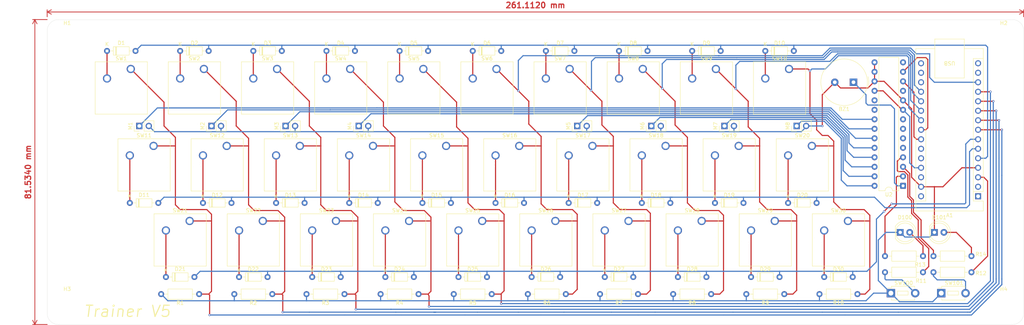
<source format=kicad_pcb>
(kicad_pcb (version 20241229) (generator "pcbnew") (generator_version "9.0")
  (title_block (title "TYPING TRAINER v5") (date "2025-10-05") (rev "5"))
  (layers (0 "F.Cu" signal) (2 "B.Cu" signal) (13 "F.Paste" user) (15 "B.Paste" user) (5 "F.SilkS" user "F.Silkscreen") (7 "B.SilkS" user "B.Silkscreen") (1 "F.Mask" user) (3 "B.Mask" user) (25 "Edge.Cuts" user))
  (net 0 "")
  (net 1 "COL10")
  (net 2 "RESET")
  (net 3 "ROW2")
  (net 7 "COL7")
  (net 8 "ROW1")
  (net 9 "Net-(A1-+5V)")
  (net 11 "SDA")
  (net 13 "COL1")
  (net 16 "SCK")
  (net 17 "Net-(BZ1--)")
  (net 19 "COL6")
  (net 20 "COL2")
  (net 21 "COL9")
  (net 22 "COL8")
  (net 24 "COL3")
  (net 25 "COL4")
  (net 27 "ROW3")
  (net 28 "COL5")
  (net 30 "BUZZER")
  (net 31 "Net-(D1-K)")
  (net 32 "Net-(D2-K)")
  (net 33 "Net-(D3-K)")
  (net 34 "Net-(D4-K)")
  (net 35 "Net-(D5-K)")
  (net 36 "Net-(D6-K)")
  (net 37 "Net-(D7-K)")
  (net 38 "Net-(D8-K)")
  (net 39 "Net-(D9-K)")
  (net 40 "Net-(D10-K)")
  (net 41 "Net-(D11-K)")
  (net 42 "Net-(D12-K)")
  (net 43 "Net-(D13-K)")
  (net 44 "Net-(D14-K)")
  (net 45 "Net-(D15-K)")
  (net 46 "Net-(D16-K)")
  (net 47 "Net-(D17-K)")
  (net 48 "Net-(D18-K)")
  (net 49 "Net-(D19-K)")
  (net 50 "Net-(D20-K)")
  (net 51 "Net-(D21-K)")
  (net 52 "Net-(D22-K)")
  (net 53 "Net-(D23-K)")
  (net 54 "Net-(D24-K)")
  (net 55 "Net-(D25-K)")
  (net 56 "Net-(D26-K)")
  (net 57 "Net-(D27-K)")
  (net 58 "Net-(D28-K)")
  (net 59 "Net-(D29-K)")
  (net 60 "Net-(D30-K)")
  (net 61 "Net-(D100-A)")
  (net 62 "Net-(D101-A)")
  (net 63 "MOR1")
  (net 64 "MOR2")
  (net 65 "MOR3")
  (net 66 "MOR4")
  (net 67 "MOR5")
  (net 68 "MOR6")
  (net 69 "MOR7")
  (net 70 "MOR8")
  (net 71 "Net-(R11-Pad1)")
  (net 72 "SWITCH")
  (net 73 "Net-(R12-Pad1)")
  (net 74 "LED1")
  (net 75 "LED2")
  (footprint "Connector_PinHeader_2.54mm:PinHeader_1x02_P2.54mm_Vertical" (layer "F.Cu") (at 268.986 146.812 90)
    (property "Reference" "M8")
    (property "Value" "Motor_DC")
  )
  (footprint "Button_Switch_Keyboard:SW_Cherry_MX_1.00u_PCB" (layer "F.Cu") (at 106.68 172.212)
    (property "Reference" "SW21")
    (property "Value" "SW_DIP_x01")
  )
  (footprint "Button_Switch_Keyboard:SW_Cherry_MX_1.00u_PCB" (layer "F.Cu") (at 204.47 172.212)
    (property "Reference" "SW26")
    (property "Value" "SW_DIP_x01")
  )
  (footprint "Resistor_THT:R_Axial_DIN0207_L6.3mm_D2.5mm_P10.16mm_Horizontal" (layer "F.Cu") (at 207.264 191.77 180)
    (property "Reference" "R6")
    (property "Value" "R")
  )
  (footprint "Button_Switch_Keyboard:SW_Cherry_MX_1.00u_PCB" (layer "F.Cu") (at 90.932 131.572)
    (property "Reference" "SW1")
    (property "Value" "SW_DIP_x01")
  )
  (footprint "diode-b:D_DO-35_SOD27_P7.62mm_Horizontal-b" (layer "F.Cu") (at 119.888 187.198)
    (property "Reference" "D22")
    (property "Value" "1N4148")
  )
  (footprint "Resistor_THT:R_Axial_DIN0207_L6.3mm_D2.5mm_P10.16mm_Horizontal" (layer "F.Cu") (at 167.894 191.77 180)
    (property "Reference" "R4")
    (property "Value" "R")
  )
  (footprint "Button_Switch_Keyboard:SW_Cherry_MX_1.00u_PCB" (layer "F.Cu") (at 116.586 152.146)
    (property "Reference" "SW12")
    (property "Value" "SW_DIP_x01")
  )
  (footprint "Package_DIP:DIP-28_W7.62mm" (layer "F.Cu") (at 297.434 162.814 180)
    (property "Reference" "U2")
    (property "Value" "MCP23017_SP")
  )
  (footprint "diode-b:D_DO-35_SOD27_P7.62mm_Horizontal-b" (layer "F.Cu") (at 198.12 187.198)
    (property "Reference" "D26")
    (property "Value" "1N4148")
  )
  (footprint "Button_Switch_Keyboard:SW_Cherry_MX_1.00u_PCB" (layer "F.Cu") (at 247.396 131.572)
    (property "Reference" "SW9")
    (property "Value" "SW_DIP_x01")
  )
  (footprint "Button_Switch_THT:SW_PUSH_1P1T_6x3.5mm_H4.3_APEM_MJTP1243" (layer "F.Cu") (at 307.646 191.516)
    (property "Reference" "SW101")
    (property "Value" "SW_DIP_x01")
  )
  (footprint "Resistor_THT:R_Axial_DIN0207_L6.3mm_D2.5mm_P10.16mm_Horizontal" (layer "F.Cu") (at 265.684 191.77 180)
    (property "Reference" "R9")
    (property "Value" "R")
  )
  (footprint "diode-b:D_DO-35_SOD27_P7.62mm_Horizontal-b" (layer "F.Cu") (at 143.256 126.746)
    (property "Reference" "D4")
    (property "Value" "1N4148")
  )
  (footprint "Button_Switch_Keyboard:SW_Cherry_MX_1.00u_PCB" (layer "F.Cu") (at 214.376 152.146)
    (property "Reference" "SW17")
    (property "Value" "SW_DIP_x01")
  )
  (footprint "diode-b:D_DO-35_SOD27_P7.62mm_Horizontal-b" (layer "F.Cu") (at 129.794 167.386)
    (property "Reference" "D13")
    (property "Value" "1N4148")
  )
  (footprint "Button_Switch_Keyboard:SW_Cherry_MX_1.00u_PCB" (layer "F.Cu") (at 184.912 172.212)
    (property "Reference" "SW25")
    (property "Value" "SW_DIP_x01")
  )
  (footprint "Resistor_THT:R_Axial_DIN0207_L6.3mm_D2.5mm_P10.16mm_Horizontal" (layer "F.Cu") (at 292.608 185.928)
    (property "Reference" "R11")
    (property "Value" "R")
  )
  (footprint "Button_Switch_Keyboard:SW_Cherry_MX_1.00u_PCB" (layer "F.Cu") (at 253.492 152.146)
    (property "Reference" "SW19")
    (property "Value" "SW_DIP_x01")
  )
  (footprint "Resistor_THT:R_Axial_DIN0207_L6.3mm_D2.5mm_P10.16mm_Horizontal" (layer "F.Cu") (at 128.778 191.77 180)
    (property "Reference" "R2")
    (property "Value" "R")
  )
  (footprint "Buzzer_Beeper:Buzzer_TDK_PS1240P02BT_D12.2mm_H6.5mm" (layer "F.Cu") (at 284.18 135.12 180)
    (property "Reference" "BZ1")
    (property "Value" "Buzzer")
  )
  (footprint "diode-b:D_DO-35_SOD27_P7.62mm_Horizontal-b" (layer "F.Cu") (at 221.488 126.746)
    (property "Reference" "D8")
    (property "Value" "1N4148")
  )
  (footprint "diode-b:D_DO-35_SOD27_P7.62mm_Horizontal-b" (layer "F.Cu") (at 100.33 187.198)
    (property "Reference" "D21")
    (property "Value" "1N4148")
  )
  (footprint "diode-b:D_DO-35_SOD27_P7.62mm_Horizontal-b" (layer "F.Cu") (at 182.372 126.746)
    (property "Reference" "D6")
    (property "Value" "1N4148")
  )
  (footprint "diode-b:D_DO-35_SOD27_P7.62mm_Horizontal-b" (layer "F.Cu") (at 162.814 126.746)
    (property "Reference" "D5")
    (property "Value" "1N4148")
  )
  (footprint "diode-b:D_DO-35_SOD27_P7.62mm_Horizontal-b" (layer "F.Cu") (at 208.026 167.386)
    (property "Reference" "D17")
    (property "Value" "1N4148")
  )
  (footprint "Button_Switch_Keyboard:SW_Cherry_MX_1.00u_PCB" (layer "F.Cu") (at 136.144 152.146)
    (property "Reference" "SW13")
    (property "Value" "SW_DIP_x01")
  )
  (footprint "Button_Switch_Keyboard:SW_Cherry_MX_1.00u_PCB" (layer "F.Cu") (at 194.818 152.146)
    (property "Reference" "SW16")
    (property "Value" "SW_DIP_x01")
  )
  (footprint "LED_THT:LED_D5.0mm_FlatTop" (layer "F.Cu") (at 296.677 175.26)
    (property "Reference" "D100")
    (property "Value" "LED")
  )
  (footprint "diode-b:D_DO-35_SOD27_P7.62mm_Horizontal-b" (layer "F.Cu") (at 241.046 126.746)
    (property "Reference" "D9")
    (property "Value" "1N4148")
  )
  (footprint "diode-b:D_DO-35_SOD27_P7.62mm_Horizontal-b" (layer "F.Cu") (at 123.698 126.746)
    (property "Reference" "D3")
    (property "Value" "1N4148")
  )
  (footprint "Resistor_THT:R_Axial_DIN0207_L6.3mm_D2.5mm_P10.16mm_Horizontal" (layer "F.Cu") (at 246.126 191.77 180)
    (property "Reference" "R8")
    (property "Value" "R")
  )
  (footprint "Button_Switch_Keyboard:SW_Cherry_MX_1.00u_PCB" (layer "F.Cu") (at 155.702 152.146)
    (property "Reference" "SW14")
    (property "Value" "SW_DIP_x01")
  )
  (footprint "diode-b:D_DO-35_SOD27_P7.62mm_Horizontal-b" (layer "F.Cu") (at 178.562 187.198)
    (property "Reference" "D25")
    (property "Value" "1N4148")
  )
  (footprint "Connector_PinHeader_2.54mm:PinHeader_1x02_P2.54mm_Vertical" (layer "F.Cu") (at 210.307 146.812 90)
    (property "Reference" "M5")
    (property "Value" "Motor_DC")
  )
  (footprint "diode-b:D_DO-35_SOD27_P7.62mm_Horizontal-b" (layer "F.Cu") (at 247.142 167.386)
    (property "Reference" "D19")
    (property "Value" "1N4148")
  )
  (footprint "diode-b:D_DO-35_SOD27_P7.62mm_Horizontal-b" (layer "F.Cu") (at 188.468 167.386)
    (property "Reference" "D16")
    (property "Value" "1N4148")
  )
  (footprint "Button_Switch_Keyboard:SW_Cherry_MX_1.00u_PCB" (layer "F.Cu") (at 165.354 172.212)
    (property "Reference" "SW24")
    (property "Value" "SW_DIP_x01")
  )
  (footprint "Button_Switch_Keyboard:SW_Cherry_MX_1.00u_PCB" (layer "F.Cu") (at 169.164 131.572)
    (property "Reference" "SW5")
    (property "Value" "SW_DIP_x01")
  )
  (footprint "Resistor_THT:R_Axial_DIN0207_L6.3mm_D2.5mm_P10.16mm_Horizontal" (layer "F.Cu") (at 187.452 191.77 180)
    (property "Reference" "R5")
    (property "Value" "R")
  )
  (footprint "diode-b:D_DO-35_SOD27_P7.62mm_Horizontal-b" (layer "F.Cu") (at 139.446 187.198)
    (property "Reference" "D23")
    (property "Value" "1N4148")
  )
  (footprint "diode-b:D_DO-35_SOD27_P7.62mm_Horizontal-b" (layer "F.Cu") (at 256.794 187.198)
    (property "Reference" "D29")
    (property "Value" "1N4148")
  )
  (footprint "Button_Switch_Keyboard:SW_Cherry_MX_1.00u_PCB" (layer "F.Cu") (at 227.838 131.572)
    (property "Reference" "SW8")
    (property "Value" "SW_DIP_x01")
  )
  (footprint "Connector_PinHeader_2.54mm:PinHeader_1x02_P2.54mm_Vertical" (layer "F.Cu") (at 151.887 146.812 90)
    (property "Reference" "M4")
    (property "Value" "Motor_DC")
  )
  (footprint "Button_Switch_Keyboard:SW_Cherry_MX_1.00u_PCB" (layer "F.Cu") (at 188.722 131.572)
    (property "Reference" "SW6")
    (property "Value" "SW_DIP_x01")
  )
  (footprint "diode-b:D_DO-35_SOD27_P7.62mm_Horizontal-b" (layer "F.Cu") (at 110.236 167.386)
    (property "Reference" "D12")
    (property "Value" "1N4148")
  )
  (footprint "Button_Switch_Keyboard:SW_Cherry_MX_1.00u_PCB" (layer "F.Cu") (at 130.048 131.572)
    (property "Reference" "SW3")
    (property "Value" "SW_DIP_x01")
  )
  (footprint "diode-b:D_DO-35_SOD27_P7.62mm_Horizontal-b" (layer "F.Cu") (at 217.678 187.198)
    (property "Reference" "D27")
    (property "Value" "1N4148")
  )
  (footprint "MountingHole:MountingHole_3.2mm_M3" (layer "F.Cu") (at 324.358 194.564)
    (property "Reference" "H4")
    (property "Value" "MountingHole")
  )
  (footprint "Connector_PinHeader_2.54mm:PinHeader_1x02_P2.54mm_Vertical" (layer "F.Cu") (at 230.124 146.812 90)
    (property "Reference" "M6")
    (property "Value" "Motor_DC")
  )
  (footprint "Button_Switch_Keyboard:SW_Cherry_MX_1.00u_PCB" (layer "F.Cu") (at 126.238 172.212)
    (property "Reference" "SW22")
    (property "Value" "SW_DIP_x01")
  )
  (footprint "diode-b:D_DO-35_SOD27_P7.62mm_Horizontal-b" (layer "F.Cu") (at 237.236 187.198)
    (property "Reference" "D28")
    (property "Value" "1N4148")
  )
  (footprint "Button_Switch_Keyboard:SW_Cherry_MX_1.00u_PCB" (layer "F.Cu") (at 110.49 131.572)
    (property "Reference" "SW2")
    (property "Value" "SW_DIP_x01")
  )
  (footprint "Button_Switch_Keyboard:SW_Cherry_MX_1.00u_PCB" (layer "F.Cu") (at 266.954 131.572)
    (property "Reference" "SW10")
    (property "Value" "SW_DIP_x01")
  )
  (footprint "diode-b:D_DO-35_SOD27_P7.62mm_Horizontal-b" (layer "F.Cu") (at 227.584 167.386)
    (property "Reference" "D18")
    (property "Value" "1N4148")
  )
  (footprint "Module:Arduino_Nano" (layer "F.Cu") (at 317.5 165.608 180)
    (property "Reference" "A1")
    (property "Value" "Arduino_Nano_Every")
  )
  (footprint "diode-b:D_DO-35_SOD27_P7.62mm_Horizontal-b" (layer "F.Cu") (at 168.91 167.386)
    (property "Reference" "D15")
    (property "Value" "1N4148")
  )
  (footprint "Button_Switch_Keyboard:SW_Cherry_MX_1.00u_PCB" (layer "F.Cu") (at 224.028 172.212)
    (property "Reference" "SW27")
    (property "Value" "SW_DIP_x01")
  )
  (footprint "diode-b:D_DO-35_SOD27_P7.62mm_Horizontal-b" (layer "F.Cu") (at 201.93 126.746)
    (property "Reference" "D7")
    (property "Value" "1N4148")
  )
  (footprint "Button_Switch_Keyboard:SW_Cherry_MX_1.00u_PCB" (layer "F.Cu") (at 175.26 152.146)
    (property "Reference" "SW15")
    (property "Value" "SW_DIP_x01")
  )
  (footprint "Connector_PinHeader_2.54mm:PinHeader_1x02_P2.54mm_Vertical" (layer "F.Cu") (at 93.213 146.812 90)
    (property "Reference" "M1")
    (property "Value" "Motor_DC")
  )
  (footprint "Button_Switch_Keyboard:SW_Cherry_MX_1.00u_PCB" (layer "F.Cu") (at 145.796 172.212)
    (property "Reference" "SW23")
    (property "Value" "SW_DIP_x01")
  )
  (footprint "diode-b:D_DO-35_SOD27_P7.62mm_Horizontal-b" (layer "F.Cu") (at 84.582 126.746)
    (property "Reference" "D1")
    (property "Value" "1N4148")
  )
  (footprint "MountingHole:MountingHole_3.2mm_M3" (layer "F.Cu") (at 324.358 123.444)
    (property "Reference" "H2")
    (property "Value" "MountingHole")
  )
  (footprint "diode-b:D_DO-35_SOD27_P7.62mm_Horizontal-b" (layer "F.Cu") (at 90.678 167.386)
    (property "Reference" "D11")
    (property "Value" "1N4148")
  )
  (footprint "diode-b:D_DO-35_SOD27_P7.62mm_Horizontal-b" (layer "F.Cu") (at 149.352 167.386)
    (property "Reference" "D14")
    (property "Value" "1N4148")
  )
  (footprint "Connector_PinHeader_2.54mm:PinHeader_1x02_P2.54mm_Vertical" (layer "F.Cu") (at 112.517 146.812 90)
    (property "Reference" "M2")
    (property "Value" "Motor_DC")
  )
  (footprint "Button_Switch_Keyboard:SW_Cherry_MX_1.00u_PCB" (layer "F.Cu") (at 97.028 152.146)
    (property "Reference" "SW11")
    (property "Value" "SW_DIP_x01")
  )
  (footprint "MountingHole:MountingHole_3.2mm_M3" (layer "F.Cu") (at 73.914 194.564)
    (property "Reference" "H3")
    (property "Value" "MountingHole")
  )
  (footprint "Button_Switch_Keyboard:SW_Cherry_MX_1.00u_PCB" (layer "F.Cu") (at 282.702 172.212)
    (property "Reference" "SW30")
    (property "Value" "SW_DIP_x01")
  )
  (footprint "Resistor_THT:R_Axial_DIN0207_L6.3mm_D2.5mm_P10.16mm_Horizontal" (layer "F.Cu") (at 226.568 191.77 180)
    (property "Reference" "R7")
    (property "Value" "R")
  )
  (footprint "MountingHole:MountingHole_3.2mm_M3" (layer "F.Cu") (at 73.914 123.444)
    (property "Reference" "H1")
    (property "Value" "MountingHole")
  )
  (footprint "Connector_PinHeader_2.54mm:PinHeader_1x02_P2.54mm_Vertical" (layer "F.Cu") (at 132.329 146.812 90)
    (property "Reference" "M3")
    (property "Value" "Motor_DC")
  )
  (footprint "diode-b:D_DO-35_SOD27_P7.62mm_Horizontal-b" (layer "F.Cu") (at 266.7 167.386)
    (property "Reference" "D20")
    (property "Value" "1N4148")
  )
  (footprint "Button_Switch_Keyboard:SW_Cherry_MX_1.00u_PCB" (layer "F.Cu") (at 208.28 131.572)
    (property "Reference" "SW7")
    (property "Value" "SW_DIP_x01")
  )
  (footprint "Resistor_THT:R_Axial_DIN0207_L6.3mm_D2.5mm_P10.16mm_Horizontal" (layer "F.Cu") (at 148.082 191.77 180)
    (property "Reference" "R3")
    (property "Value" "R")
  )
  (footprint "diode-b:D_DO-35_SOD27_P7.62mm_Horizontal-b" (layer "F.Cu") (at 260.604 126.746)
    (property "Reference" "D10")
    (property "Value" "1N4148")
  )
  (footprint "diode-b:D_DO-35_SOD27_P7.62mm_Horizontal-b" (layer "F.Cu") (at 276.352 187.198)
    (property "Reference" "D30")
    (property "Value" "1N4148")
  )
  (footprint "Resistor_THT:R_Axial_DIN0207_L6.3mm_D2.5mm_P10.16mm_Horizontal" (layer "F.Cu") (at 315.722 181.61 180)
    (property "Reference" "R14")
    (property "Value" "R")
  )
  (footprint "Button_Switch_Keyboard:SW_Cherry_MX_1.00u_PCB" (layer "F.Cu") (at 149.606 131.572)
    (property "Reference" "SW4")
    (property "Value" "SW_DIP_x01")
  )
  (footprint "Resistor_THT:R_Axial_DIN0207_L6.3mm_D2.5mm_P10.16mm_Horizontal" (layer "F.Cu") (at 275.082 191.77)
    (property "Reference" "R10")
    (property "Value" "R")
  )
  (footprint "LED_THT:LED_D5.0mm_FlatTop" (layer "F.Cu") (at 305.821 175.26)
    (property "Reference" "D101")
    (property "Value" "LED")
  )
  (footprint "Button_Switch_Keyboard:SW_Cherry_MX_1.00u_PCB" (layer "F.Cu") (at 273.05 152.146)
    (property "Reference" "SW20")
    (property "Value" "SW_DIP_x01")
  )
  (footprint "Button_Switch_Keyboard:SW_Cherry_MX_1.00u_PCB" (layer "F.Cu") (at 243.586 172.212)
    (property "Reference" "SW28")
    (property "Value" "SW_DIP_x01")
  )
  (footprint "Resistor_THT:R_Axial_DIN0207_L6.3mm_D2.5mm_P10.16mm_Horizontal" (layer "F.Cu") (at 302.768 181.61 180)
    (property "Reference" "R13")
    (property "Value" "R")
  )
  (footprint "Resistor_THT:R_Axial_DIN0207_L6.3mm_D2.5mm_P10.16mm_Horizontal" (layer "F.Cu") (at 109.22 191.77 180)
    (property "Reference" "R1")
    (property "Value" "R")
  )
  (footprint "Button_Switch_Keyboard:SW_Cherry_MX_1.00u_PCB" (layer "F.Cu") (at 263.144 172.212)
    (property "Reference" "SW29")
    (property "Value" "SW_DIP_x01")
  )
  (footprint "diode-b:D_DO-35_SOD27_P7.62mm_Horizontal-b" (layer "F.Cu") (at 104.14 126.746)
    (property "Reference" "D2")
    (property "Value" "1N4148")
  )
  (footprint "Button_Switch_Keyboard:SW_Cherry_MX_1.00u_PCB" (layer "F.Cu") (at 233.934 152.146)
    (property "Reference" "SW18")
    (property "Value" "SW_DIP_x01")
  )
  (footprint "Resistor_THT:R_Axial_DIN0207_L6.3mm_D2.5mm_P10.16mm_Horizontal" (layer "F.Cu") (at 305.562 185.928)
    (property "Reference" "R12")
    (property "Value" "R")
  )
  (footprint "diode-b:D_DO-35_SOD27_P7.62mm_Horizontal-b" (layer "F.Cu") (at 159.004 187.198)
    (property "Reference" "D24")
    (property "Value" "1N4148")
  )
  (footprint "Button_Switch_THT:SW_PUSH_1P1T_6x3.5mm_H4.3_APEM_MJTP1243" (layer "F.Cu") (at 294.184 191.516)
    (property "Reference" "SW100")
    (property "Value" "SW_DIP_x01")
  )
  (footprint "Connector_PinHeader_2.54mm:PinHeader_1x02_P2.54mm_Vertical" (layer "F.Cu") (at 249.682 146.812 90)
    (property "Reference" "M7")
    (property "Value" "Motor_DC")
  )
  (gr_line (start 329.692 121.364) (end 329.692 196.898) (stroke (width 0.05)) (layer "Edge.Cuts"))
  (gr_arc (start 326.692 118.364) (mid 328.81332 119.24268) (end 329.692 121.364) (stroke (width 0.05)) (layer "Edge.Cuts"))
  (gr_line (start 71.58 118.364) (end 326.692 118.364) (stroke (width 0.05)) (layer "Edge.Cuts"))
  (gr_arc (start 71.58 199.898) (mid 69.45868 199.01932) (end 68.58 196.898) (stroke (width 0.05)) (layer "Edge.Cuts"))
  (gr_arc (start 68.58 121.364) (mid 69.45868 119.24268) (end 71.58 118.364) (stroke (width 0.05)) (layer "Edge.Cuts"))
  (gr_line (start 326.692 199.898) (end 71.58 199.898) (stroke (width 0.05)) (layer "Edge.Cuts"))
  (gr_line (start 68.58 196.898) (end 68.58 121.364) (stroke (width 0.05)) (layer "Edge.Cuts"))
  (gr_arc (start 329.692 196.898) (mid 328.81332 199.01932) (end 326.692 199.898) (stroke (width 0.05)) (layer "Edge.Cuts"))
  (gr_text "Trainer V5" (at 78.232 198.12 0) (layer "F.SilkS") (effects (font (size 3 3) (thickness 0.3) (bold yes) (italic yes)) (justify left bottom)))
  (dimension (type aligned) (layer "F.Cu") (pts (xy 68.58 118.11) (xy 329.692 118.11)) (height -1.778) (format (prefix "") (suffix "") (units 3) (units_format 1) (precision 4)) (style (thickness 0.2) (arrow_length 1.27) (text_position_mode 0) (arrow_direction outward) (extension_height 0.58642) (extension_offset 0.5) (keep_text_aligned yes)) (gr_text "261.1120 mm" (at 199.136 114.532 0) (layer "F.Cu") (effects (font (size 1.5 1.5) (thickness 0.3)))))
  (dimension (type aligned) (layer "F.Cu") (pts (xy 69.088 118.364) (xy 69.088 199.898)) (height 3.81) (format (prefix "") (suffix "") (units 3) (units_format 1) (precision 4)) (style (thickness 0.2) (arrow_length 1.27) (text_position_mode 0) (arrow_direction outward) (extension_height 0.58642) (extension_offset 0.5) (keep_text_aligned yes)) (gr_text "81.5340 mm" (at 63.478 159.131 90) (layer "F.Cu") (effects (font (size 1.5 1.5) (thickness 0.3)))))
  (segment (start 288.544 172.212) (end 288.544 190.5) (width 0.3) (layer "F.Cu") (net 1))
  (segment (start 274.32 145.288) (end 274.32 147.828) (width 0.3) (layer "F.Cu") (net 1))
  (segment (start 266.954 131.572) (end 272.034 131.572) (width 0.3) (layer "F.Cu") (net 1))
  (segment (start 287.274 191.77) (end 285.242 191.77) (width 0.3) (layer "F.Cu") (net 1))
  (segment (start 274.32 147.828) (end 275.844 149.352) (width 0.3) (layer "F.Cu") (net 1))
  (segment (start 278.892 150.876) (end 278.892 152.146) (width 0.3) (layer "F.Cu") (net 1))
  (segment (start 288.544 170.688) (end 288.544 172.212) (width 0.3) (layer "F.Cu") (net 1))
  (segment (start 282.702 172.212) (end 288.544 172.212) (width 0.3) (layer "F.Cu") (net 1))
  (segment (start 272.542 143.51) (end 274.32 145.288) (width 0.3) (layer "F.Cu") (net 1))
  (segment (start 278.892 152.146) (end 278.892 167.132) (width 0.3) (layer "F.Cu") (net 1))
  (segment (start 278.892 167.132) (end 280.924 169.164) (width 0.3) (layer "F.Cu") (net 1))
  (segment (start 273.05 152.146) (end 278.892 152.146) (width 0.3) (layer "F.Cu") (net 1))
  (segment (start 272.542 132.08) (end 272.542 143.51) (width 0.3) (layer "F.Cu") (net 1))
  (segment (start 287.02 169.164) (end 288.544 170.688) (width 0.3) (layer "F.Cu") (net 1))
  (segment (start 277.368 149.352) (end 278.892 150.876) (width 0.3) (layer "F.Cu") (net 1))
  (segment (start 280.924 169.164) (end 287.02 169.164) (width 0.3) (layer "F.Cu") (net 1))
  (segment (start 272.034 131.572) (end 272.542 132.08) (width 0.3) (layer "F.Cu") (net 1))
  (segment (start 275.844 149.352) (end 277.368 149.352) (width 0.3) (layer "F.Cu") (net 1))
  (segment (start 288.544 190.5) (end 287.274 191.77) (width 0.3) (layer "F.Cu") (net 1))
  (via (at 272.542 132.08) (size 0.6) (drill 0.3) (layers "F.Cu" "B.Cu") (net 1))
  (segment (start 280.162 128.016) (end 276.606 131.572) (width 0.3) (layer "B.Cu") (net 1))
  (segment (start 298.45 128.016) (end 280.162 128.016) (width 0.3) (layer "B.Cu") (net 1))
  (segment (start 302.26 145.288) (end 298.958 141.986) (width 0.3) (layer "B.Cu") (net 1))
  (segment (start 298.958 128.524) (end 298.45 128.016) (width 0.3) (layer "B.Cu") (net 1))
  (segment (start 298.958 141.986) (end 298.958 128.524) (width 0.3) (layer "B.Cu") (net 1))
  (segment (start 276.606 131.572) (end 273.05 131.572) (width 0.3) (layer "B.Cu") (net 1))
  (segment (start 273.05 131.572) (end 272.542 132.08) (width 0.3) (layer "B.Cu") (net 1))
  (segment (start 320.04 181.61) (end 320.04 161.544) (width 0.3) (layer "F.Cu") (net 2))
  (segment (start 320.04 161.544) (end 319.024 160.528) (width 0.3) (layer "F.Cu") (net 2))
  (segment (start 315.722 185.928) (end 320.04 181.61) (width 0.3) (layer "F.Cu") (net 2))
  (segment (start 319.024 160.528) (end 317.5 160.528) (width 0.3) (layer "F.Cu") (net 2))
  (segment (start 156.972 167.386) (end 156.972 165.862) (width 0.3) (layer "B.Cu") (net 3))
  (segment (start 274.32 167.386) (end 274.32 165.862) (width 0.3) (layer "B.Cu") (net 3))
  (segment (start 235.204 167.386) (end 235.204 165.862) (width 0.3) (layer "B.Cu") (net 3))
  (segment (start 292.608 168.656) (end 289.814 165.862) (width 0.3) (layer "B.Cu") (net 3))
  (segment (start 317.5 152.908) (end 315.976 152.908) (width 0.3) (layer "B.Cu") (net 3))
  (segment (start 117.856 167.386) (end 117.856 165.862) (width 0.3) (layer "B.Cu") (net 3))
  (segment (start 274.32 165.862) (end 254.762 165.862) (width 0.3) (layer "B.Cu") (net 3))
  (segment (start 254.762 165.862) (end 235.712 165.862) (width 0.3) (layer "B.Cu") (net 3))
  (segment (start 235.712 165.862) (end 235.458 165.862) (width 0.3) (layer "B.Cu") (net 3))
  (segment (start 176.53 165.862) (end 157.226 165.862) (width 0.3) (layer "B.Cu") (net 3))
  (segment (start 156.972 165.862) (end 137.414 165.862) (width 0.3) (layer "B.Cu") (net 3))
  (segment (start 117.856 165.862) (end 99.822 165.862) (width 0.3) (layer "B.Cu") (net 3))
  (segment (start 176.784 165.862) (end 176.53 165.862) (width 0.3) (layer "B.Cu") (net 3))
  (segment (start 215.646 165.862) (end 196.088 165.862) (width 0.3) (layer "B.Cu") (net 3))
  (segment (start 315.214 153.67) (end 315.214 167.894) (width 0.3) (layer "B.Cu") (net 3))
  (segment (start 235.204 165.862) (end 215.646 165.862) (width 0.3) (layer "B.Cu") (net 3))
  (segment (start 315.214 167.894) (end 314.452 168.656) (width 0.3) (layer "B.Cu") (net 3))
  (segment (start 118.11 165.862) (end 117.856 165.862) (width 0.3) (layer "B.Cu") (net 3))
  (segment (start 254.762 167.386) (end 254.762 165.862) (width 0.3) (layer "B.Cu") (net 3))
  (segment (start 314.452 168.656) (end 292.608 168.656) (width 0.3) (layer "B.Cu") (net 3))
  (segment (start 315.976 152.908) (end 315.214 153.67) (width 0.3) (layer "B.Cu") (net 3))
  (segment (start 289.814 165.862) (end 274.574 165.862) (width 0.3) (layer "B.Cu") (net 3))
  (segment (start 137.414 167.386) (end 137.414 165.862) (width 0.3) (layer "B.Cu") (net 3))
  (segment (start 196.088 167.386) (end 196.088 165.862) (width 0.3) (layer "B.Cu") (net 3))
  (segment (start 215.646 167.386) (end 215.646 165.862) (width 0.3) (layer "B.Cu") (net 3))
  (segment (start 235.458 165.862) (end 235.204 165.862) (width 0.3) (layer "B.Cu") (net 3))
  (segment (start 176.53 167.386) (end 176.53 165.862) (width 0.3) (layer "B.Cu") (net 3))
  (segment (start 274.574 165.862) (end 274.32 165.862) (width 0.3) (layer "B.Cu") (net 3))
  (segment (start 196.088 165.862) (end 176.784 165.862) (width 0.3) (layer "B.Cu") (net 3))
  (segment (start 99.822 165.862) (end 98.298 167.386) (width 0.3) (layer "B.Cu") (net 3))
  (segment (start 157.226 165.862) (end 156.972 165.862) (width 0.3) (layer "B.Cu") (net 3))
  (segment (start 137.414 165.862) (end 118.11 165.862) (width 0.3) (layer "B.Cu") (net 3))
  (segment (start 214.376 152.146) (end 219.964 152.146) (width 0.3) (layer "F.Cu") (net 7))
  (segment (start 219.964 149.606) (end 219.964 152.146) (width 0.3) (layer "F.Cu") (net 7))
  (segment (start 228.854 191.77) (end 226.568 191.77) (width 0.3) (layer "F.Cu") (net 7))
  (segment (start 216.916 140.208) (end 216.916 146.558) (width 0.3) (layer "F.Cu") (net 7))
  (segment (start 216.916 146.558) (end 219.964 149.606) (width 0.3) (layer "F.Cu") (net 7))
  (segment (start 229.87 170.18) (end 229.87 172.212) (width 0.3) (layer "F.Cu") (net 7))
  (segment (start 219.964 167.386) (end 221.742 169.164) (width 0.3) (layer "F.Cu") (net 7))
  (segment (start 229.87 172.212) (end 229.87 190.754) (width 0.3) (layer "F.Cu") (net 7))
  (segment (start 213.995 137.287) (end 216.916 140.208) (width 0.3) (layer "F.Cu") (net 7))
  (segment (start 229.87 190.754) (end 228.854 191.77) (width 0.3) (layer "F.Cu") (net 7))
  (segment (start 208.28 131.572) (end 213.995 137.287) (width 0.3) (layer "F.Cu") (net 7))
  (segment (start 224.028 172.212) (end 229.87 172.212) (width 0.3) (layer "F.Cu") (net 7))
  (segment (start 221.742 169.164) (end 228.854 169.164) (width 0.3) (layer "F.Cu") (net 7))
  (segment (start 228.854 169.164) (end 229.87 170.18) (width 0.3) (layer "F.Cu") (net 7))
  (segment (start 219.964 152.146) (end 219.964 167.386) (width 0.3) (layer "F.Cu") (net 7))
  (via (at 213.995 137.287) (size 0.6) (drill 0.3) (layers "F.Cu" "B.Cu") (net 7))
  (segment (start 214.122 129.54) (end 214.122 137.16) (width 0.3) (layer "B.Cu") (net 7))
  (segment (start 299.212 126.492) (end 278.13 126.492) (width 0.3) (layer "B.Cu") (net 7))
  (segment (start 278.13 126.492) (end 276.098 128.524) (width 0.3) (layer "B.Cu") (net 7))
  (segment (start 215.131 128.531) (end 214.122 129.54) (width 0.3) (layer "B.Cu") (net 7))
  (segment (start 300.482 135.89) (end 300.482 127.762) (width 0.3) (layer "B.Cu") (net 7))
  (segment (start 276.098 128.524) (end 252.984 128.524) (width 0.3) (layer "B.Cu") (net 7))
  (segment (start 252.977 128.531) (end 215.131 128.531) (width 0.3) (layer "B.Cu") (net 7))
  (segment (start 214.122 137.16) (end 213.995 137.287) (width 0.3) (layer "B.Cu") (net 7))
  (segment (start 300.482 127.762) (end 299.212 126.492) (width 0.3) (layer "B.Cu") (net 7))
  (segment (start 252.984 128.524) (end 252.977 128.531) (width 0.3) (layer "B.Cu") (net 7))
  (segment (start 302.26 137.668) (end 300.482 135.89) (width 0.3) (layer "B.Cu") (net 7))
  (segment (start 111.76 125.222) (end 131.318 125.222) (width 0.3) (layer "B.Cu") (net 8))
  (segment (start 248.666 125.222) (end 268.224 125.222) (width 0.3) (layer "B.Cu") (net 8))
  (segment (start 111.76 126.746) (end 111.76 125.222) (width 0.3) (layer "B.Cu") (net 8))
  (segment (start 319.532 155.448) (end 317.5 155.448) (width 0.3) (layer "B.Cu") (net 8))
  (segment (start 320.04 154.94) (end 319.532 155.448) (width 0.3) (layer "B.Cu") (net 8))
  (segment (start 150.876 126.746) (end 150.876 125.222) (width 0.3) (layer "B.Cu") (net 8))
  (segment (start 189.992 125.222) (end 209.55 125.222) (width 0.3) (layer "B.Cu") (net 8))
  (segment (start 319.532 125.222) (end 320.04 125.73) (width 0.3) (layer "B.Cu") (net 8))
  (segment (start 209.55 126.746) (end 209.55 125.222) (width 0.3) (layer "B.Cu") (net 8))
  (segment (start 229.108 126.746) (end 229.108 125.222) (width 0.3) (layer "B.Cu") (net 8))
  (segment (start 150.876 125.222) (end 170.434 125.222) (width 0.3) (layer "B.Cu") (net 8))
  (segment (start 229.362 125.222) (end 248.666 125.222) (width 0.3) (layer "B.Cu") (net 8))
  (segment (start 131.318 125.222) (end 150.876 125.222) (width 0.3) (layer "B.Cu") (net 8))
  (segment (start 131.318 126.746) (end 131.318 125.222) (width 0.3) (layer "B.Cu") (net 8))
  (segment (start 170.434 125.222) (end 189.992 125.222) (width 0.3) (layer "B.Cu") (net 8))
  (segment (start 93.726 125.222) (end 111.76 125.222) (width 0.3) (layer "B.Cu") (net 8))
  (segment (start 248.666 126.746) (end 248.666 125.222) (width 0.3) (layer "B.Cu") (net 8))
  (segment (start 209.55 125.222) (end 229.108 125.222) (width 0.3) (layer "B.Cu") (net 8))
  (segment (start 229.108 125.222) (end 229.362 125.222) (width 0.3) (layer "B.Cu") (net 8))
  (segment (start 320.04 125.73) (end 320.04 154.94) (width 0.3) (layer "B.Cu") (net 8))
  (segment (start 189.992 126.746) (end 189.992 125.222) (width 0.3) (layer "B.Cu") (net 8))
  (segment (start 268.224 125.222) (end 319.532 125.222) (width 0.3) (layer "B.Cu") (net 8))
  (segment (start 92.202 126.746) (end 93.726 125.222) (width 0.3) (layer "B.Cu") (net 8))
  (segment (start 170.434 126.746) (end 170.434 125.222) (width 0.3) (layer "B.Cu") (net 8))
  (segment (start 268.224 126.746) (end 268.224 125.222) (width 0.3) (layer "B.Cu") (net 8))
  (segment (start 297.18 142.494) (end 292.1 137.414) (width 0.3) (layer "F.Cu") (net 9))
  (segment (start 297.434 142.494) (end 297.18 142.494) (width 0.3) (layer "F.Cu") (net 9))
  (segment (start 292.1 137.414) (end 289.814 137.414) (width 0.3) (layer "F.Cu") (net 9))
  (segment (start 299.212 144.272) (end 299.212 156.718) (width 0.3) (layer "B.Cu") (net 9))
  (segment (start 299.212 156.718) (end 300.482 157.988) (width 0.3) (layer "B.Cu") (net 9))
  (segment (start 300.482 157.988) (end 302.26 157.988) (width 0.3) (layer "B.Cu") (net 9))
  (segment (start 297.434 142.494) (end 299.212 144.272) (width 0.3) (layer "B.Cu") (net 9))
  (segment (start 297.434 132.334) (end 301.244 128.524) (width 0.3) (layer "F.Cu") (net 11))
  (segment (start 303.53 147.828) (end 302.26 147.828) (width 0.3) (layer "F.Cu") (net 11))
  (segment (start 303.53 128.524) (end 304.038 129.032) (width 0.3) (layer "F.Cu") (net 11))
  (segment (start 304.038 129.032) (end 304.038 147.32) (width 0.3) (layer "F.Cu") (net 11))
  (segment (start 301.244 128.524) (end 303.53 128.524) (width 0.3) (layer "F.Cu") (net 11))
  (segment (start 304.038 147.32) (end 303.53 147.828) (width 0.3) (layer "F.Cu") (net 11))
  (segment (start 112.014 192.024) (end 111.76 191.77) (width 0.3) (layer "F.Cu") (net 13))
  (segment (start 111.76 191.77) (end 109.22 191.77) (width 0.3) (layer "F.Cu") (net 13))
  (segment (start 104.14 169.164) (end 111.252 169.164) (width 0.3) (layer "F.Cu") (net 13))
  (segment (start 111.252 169.164) (end 112.522 170.434) (width 0.3) (layer "F.Cu") (net 13))
  (segment (start 106.68 172.212) (end 112.522 172.212) (width 0.3) (layer "F.Cu") (net 13))
  (segment (start 90.932 131.572) (end 99.822 140.462) (width 0.3) (layer "F.Cu") (net 13))
  (segment (start 99.822 140.462) (end 99.822 146.812) (width 0.3) (layer "F.Cu") (net 13))
  (segment (start 112.014 197.358) (end 112.014 192.024) (width 0.3) (layer "F.Cu") (net 13))
  (segment (start 99.822 146.812) (end 102.87 149.86) (width 0.3) (layer "F.Cu") (net 13))
  (segment (start 323.85 147.828) (end 317.5 147.828) (width 0.3) (layer "F.Cu") (net 13))
  (segment (start 112.522 172.212) (end 112.522 191.008) (width 0.3) (layer "F.Cu") (net 13))
  (segment (start 97.028 152.146) (end 102.87 152.146) (width 0.3) (layer "F.Cu") (net 13))
  (segment (start 112.522 191.008) (end 111.76 191.77) (width 0.3) (layer "F.Cu") (net 13))
  (segment (start 102.87 152.146) (end 102.87 167.894) (width 0.3) (layer "F.Cu") (net 13))
  (segment (start 102.87 167.894) (end 104.14 169.164) (width 0.3) (layer "F.Cu") (net 13))
  (segment (start 102.87 149.86) (end 102.87 152.146) (width 0.3) (layer "F.Cu") (net 13))
  (segment (start 112.522 170.434) (end 112.522 172.212) (width 0.3) (layer "F.Cu") (net 13))
  (via (at 112.014 197.358) (size 0.6) (drill 0.3) (layers "F.Cu" "B.Cu") (net 13))
  (via (at 323.85 147.828) (size 0.6) (drill 0.3) (layers "F.Cu" "B.Cu") (net 13))
  (segment (start 131.572 197.358) (end 112.014 197.358) (width 0.3) (layer "B.Cu") (net 13))
  (segment (start 226.568 197.358) (end 200.66 197.358) (width 0.3) (layer "B.Cu") (net 13))
  (segment (start 148.082 197.358) (end 131.572 197.358) (width 0.3) (layer "B.Cu") (net 13))
  (segment (start 323.85 189.23) (end 322.326 190.754) (width 0.3) (layer "B.Cu") (net 13))
  (segment (start 323.85 187.706) (end 323.85 189.23) (width 0.3) (layer "B.Cu") (net 13))
  (segment (start 281.94 197.358) (end 249.428 197.358) (width 0.3) (layer "B.Cu") (net 13))
  (segment (start 322.326 190.754) (end 319.532 193.548) (width 0.3) (layer "B.Cu") (net 13))
  (segment (start 180.34 197.358) (end 163.322 197.358) (width 0.3) (layer "B.Cu") (net 13))
  (segment (start 323.85 160.02) (end 323.85 187.706) (width 0.3) (layer "B.Cu") (net 13))
  (segment (start 163.322 197.358) (end 148.082 197.358) (width 0.3) (layer "B.Cu") (net 13))
  (segment (start 319.532 193.548) (end 315.722 197.358) (width 0.3) (layer "B.Cu") (net 13))
  (segment (start 315.214 197.358) (end 314.706 197.358) (width 0.3) (layer "B.Cu") (net 13))
  (segment (start 200.66 197.358) (end 180.34 197.358) (width 0.3) (layer "B.Cu") (net 13))
  (segment (start 249.428 197.358) (end 226.568 197.358) (width 0.3) (layer "B.Cu") (net 13))
  (segment (start 323.85 147.828) (end 323.85 160.02) (width 0.3) (layer "B.Cu") (net 13))
  (segment (start 314.706 197.358) (end 281.94 197.358) (width 0.3) (layer "B.Cu") (net 13))
  (segment (start 315.722 197.358) (end 315.214 197.358) (width 0.3) (layer "B.Cu") (net 13))
  (segment (start 301.028 150.368) (end 302.26 150.368) (width 0.3) (layer "F.Cu") (net 16))
  (segment (start 300.35 149.69) (end 301.028 150.368) (width 0.3) (layer "F.Cu") (net 16))
  (segment (start 300.35 137.79) (end 300.35 149.69) (width 0.3) (layer "F.Cu") (net 16))
  (segment (start 297.434 134.874) (end 300.35 137.79) (width 0.3) (layer "F.Cu") (net 16))
  (segment (start 288.036 136.652) (end 289.814 134.874) (width 0.3) (layer "F.Cu") (net 17))
  (segment (start 275.844 138.456) (end 279.18 135.12) (width 0.3) (layer "F.Cu") (net 17))
  (segment (start 313.182 157.988) (end 317.5 157.988) (width 0.3) (layer "F.Cu") (net 17))
  (segment (start 305.821 163.073) (end 305.816 163.068) (width 0.3) (layer "F.Cu") (net 17))
  (segment (start 299.72 160.528) (end 302.26 163.068) (width 0.3) (layer "F.Cu") (net 17))
  (segment (start 280.712 136.652) (end 288.036 136.652) (width 0.3) (layer "F.Cu") (net 17))
  (segment (start 305.816 163.068) (end 308.102 163.068) (width 0.3) (layer "F.Cu") (net 17))
  (segment (start 308.102 163.068) (end 313.182 157.988) (width 0.3) (layer "F.Cu") (net 17))
  (segment (start 297.434 139.954) (end 299.72 142.24) (width 0.3) (layer "F.Cu") (net 17))
  (segment (start 302.26 163.068) (end 305.816 163.068) (width 0.3) (layer "F.Cu") (net 17))
  (segment (start 275.844 146.812) (end 275.844 138.456) (width 0.3) (layer "F.Cu") (net 17))
  (segment (start 279.18 135.12) (end 280.712 136.652) (width 0.3) (layer "F.Cu") (net 17))
  (segment (start 289.814 134.874) (end 292.354 134.874) (width 0.3) (layer "F.Cu") (net 17))
  (segment (start 305.821 175.26) (end 305.821 163.073) (width 0.3) (layer "F.Cu") (net 17))
  (segment (start 289.814 132.334) (end 289.814 134.874) (width 0.3) (layer "F.Cu") (net 17))
  (segment (start 299.72 142.24) (end 299.72 160.528) (width 0.3) (layer "F.Cu") (net 17))
  (segment (start 289.814 129.794) (end 289.814 132.334) (width 0.3) (layer "F.Cu") (net 17))
  (segment (start 292.354 134.874) (end 297.434 139.954) (width 0.3) (layer "F.Cu") (net 17))
  (via (at 275.844 146.812) (size 0.6) (drill 0.3) (layers "F.Cu" "B.Cu") (net 17))
  (segment (start 296.677 175.26) (end 297.928 176.511) (width 0.3) (layer "B.Cu") (net 17))
  (segment (start 292.862 175.26) (end 296.677 175.26) (width 0.3) (layer "B.Cu") (net 17))
  (segment (start 294.184 191.516) (end 290.83 188.162) (width 0.3) (layer "B.Cu") (net 17))
  (segment (start 177.292 191.77) (end 177.292 193.548) (width 0.3) (layer "B.Cu") (net 17))
  (segment (start 255.524 193.548) (end 275.082 193.548) (width 0.3) (layer "B.Cu") (net 17))
  (segment (start 304.57 176.511) (end 305.821 175.26) (width 0.3) (layer "B.Cu") (net 17))
  (segment (start 271.526 146.812) (end 275.844 146.812) (width 0.3) (layer "B.Cu") (net 17))
  (segment (start 232.664 148.336) (end 252.222 148.336) (width 0.3) (layer "B.Cu") (net 17))
  (segment (start 305.36 193.802) (end 307.646 191.516) (width 0.3) (layer "B.Cu") (net 17))
  (segment (start 287.528 193.548) (end 289.56 191.516) (width 0.3) (layer "B.Cu") (net 17))
  (segment (start 252.222 146.812) (end 252.222 148.336) (width 0.3) (layer "B.Cu") (net 17))
  (segment (start 154.432 148.336) (end 212.852 148.336) (width 0.3) (layer "B.Cu") (net 17))
  (segment (start 154.427 146.812) (end 154.427 148.331) (width 0.3) (layer "B.Cu") (net 17))
  (segment (start 297.928 176.511) (end 304.57 176.511) (width 0.3) (layer "B.Cu") (net 17))
  (segment (start 197.104 191.77) (end 197.104 193.548) (width 0.3) (layer "B.Cu") (net 17))
  (segment (start 232.664 146.812) (end 232.664 148.336) (width 0.3) (layer "B.Cu") (net 17))
  (segment (start 235.966 191.77) (end 235.966 193.548) (width 0.3) (layer "B.Cu") (net 17))
  (segment (start 252.222 148.336) (end 270.256 148.336) (width 0.3) (layer "B.Cu") (net 17))
  (segment (start 134.869 146.812) (end 134.869 148.331) (width 0.3) (layer "B.Cu") (net 17))
  (segment (start 212.852 148.336) (end 232.664 148.336) (width 0.3) (layer "B.Cu") (net 17))
  (segment (start 294.184 191.516) (end 296.47 193.802) (width 0.3) (layer "B.Cu") (net 17))
  (segment (start 212.847 148.331) (end 212.852 148.336) (width 0.3) (layer "B.Cu") (net 17))
  (segment (start 115.057 146.812) (end 115.057 148.331) (width 0.3) (layer "B.Cu") (net 17))
  (segment (start 134.874 148.336) (end 154.432 148.336) (width 0.3) (layer "B.Cu") (net 17))
  (segment (start 95.753 146.812) (end 97.277 148.336) (width 0.3) (layer "B.Cu") (net 17))
  (segment (start 270.256 148.336) (end 271.526 147.066) (width 0.3) (layer "B.Cu") (net 17))
  (segment (start 137.922 193.548) (end 157.734 193.548) (width 0.3) (layer "B.Cu") (net 17))
  (segment (start 289.56 191.516) (end 294.184 191.516) (width 0.3) (layer "B.Cu") (net 17))
  (segment (start 118.618 193.548) (end 137.922 193.548) (width 0.3) (layer "B.Cu") (net 17))
  (segment (start 154.427 148.331) (end 154.432 148.336) (width 0.3) (layer "B.Cu") (net 17))
  (segment (start 100.838 193.548) (end 118.618 193.548) (width 0.3) (layer "B.Cu") (net 17))
  (segment (start 212.847 146.812) (end 212.847 148.331) (width 0.3) (layer "B.Cu") (net 17))
  (segment (start 115.057 148.331) (end 115.062 148.336) (width 0.3) (layer "B.Cu") (net 17))
  (segment (start 157.734 191.77) (end 157.734 193.548) (width 0.3) (layer "B.Cu") (net 17))
  (segment (start 235.966 193.548) (end 255.524 193.548) (width 0.3) (layer "B.Cu") (net 17))
  (segment (start 255.524 191.77) (end 255.524 193.548) (width 0.3) (layer "B.Cu") (net 17))
  (segment (start 157.734 193.548) (end 177.292 193.548) (width 0.3) (layer "B.Cu") (net 17))
  (segment (start 290.83 188.162) (end 290.83 177.292) (width 0.3) (layer "B.Cu") (net 17))
  (segment (start 216.408 191.77) (end 216.408 193.548) (width 0.3) (layer "B.Cu") (net 17))
  (segment (start 275.082 193.548) (end 287.528 193.548) (width 0.3) (layer "B.Cu") (net 17))
  (segment (start 271.526 147.066) (end 271.526 146.812) (width 0.3) (layer "B.Cu") (net 17))
  (segment (start 275.082 191.77) (end 275.082 193.548) (width 0.3) (layer "B.Cu") (net 17))
  (segment (start 115.062 148.336) (end 134.874 148.336) (width 0.3) (layer "B.Cu") (net 17))
  (segment (start 134.869 148.331) (end 134.874 148.336) (width 0.3) (layer "B.Cu") (net 17))
  (segment (start 118.618 191.77) (end 118.618 193.548) (width 0.3) (layer "B.Cu") (net 17))
  (segment (start 97.277 148.336) (end 115.062 148.336) (width 0.3) (layer "B.Cu") (net 17))
  (segment (start 296.47 193.802) (end 305.36 193.802) (width 0.3) (layer "B.Cu") (net 17))
  (segment (start 290.83 177.292) (end 292.862 175.26) (width 0.3) (layer "B.Cu") (net 17))
  (segment (start 216.408 193.548) (end 235.966 193.548) (width 0.3) (layer "B.Cu") (net 17))
  (segment (start 137.922 191.77) (end 137.922 193.548) (width 0.3) (layer "B.Cu") (net 17))
  (segment (start 197.104 193.548) (end 216.408 193.548) (width 0.3) (layer "B.Cu") (net 17))
  (segment (start 177.292 193.548) (end 197.104 193.548) (width 0.3) (layer "B.Cu") (net 17))
  (segment (start 99.06 191.77) (end 100.838 193.548) (width 0.3) (layer "B.Cu") (net 17))
  (segment (start 210.312 170.434) (end 210.312 172.212) (width 0.3) (layer "F.Cu") (net 19))
  (segment (start 200.66 167.64) (end 202.184 169.164) (width 0.3) (layer "F.Cu") (net 19))
  (segment (start 188.722 131.572) (end 194.564 137.414) (width 0.3) (layer "F.Cu") (net 19))
  (segment (start 200.66 152.146) (end 200.66 167.64) (width 0.3) (layer "F.Cu") (net 19))
  (segment (start 194.818 152.146) (end 200.66 152.146) (width 0.3) (layer "F.Cu") (net 19))
  (segment (start 204.47 172.212) (end 210.312 172.212) (width 0.3) (layer "F.Cu") (net 19))
  (segment (start 200.66 149.606) (end 200.66 152.146) (width 0.3) (layer "F.Cu") (net 19))
  (segment (start 209.042 191.77) (end 207.264 191.77) (width 0.3) (layer "F.Cu") (net 19))
  (segment (start 194.564 137.414) (end 197.358 140.208) (width 0.3) (layer "F.Cu") (net 19))
  (segment (start 202.184 169.164) (end 209.042 169.164) (width 0.3) (layer "F.Cu") (net 19))
  (segment (start 209.042 169.164) (end 210.312 170.434) (width 0.3) (layer "F.Cu") (net 19))
  (segment (start 210.312 190.5) (end 209.042 191.77) (width 0.3) (layer "F.Cu") (net 19))
  (segment (start 197.358 146.304) (end 200.66 149.606) (width 0.3) (layer "F.Cu") (net 19))
  (segment (start 197.358 140.208) (end 197.358 146.304) (width 0.3) (layer "F.Cu") (net 19))
  (segment (start 210.312 172.212) (end 210.312 190.5) (width 0.3) (layer "F.Cu") (net 19))
  (via (at 194.564 137.414) (size 0.6) (drill 0.3) (layers "F.Cu" "B.Cu") (net 19))
  (segment (start 300.99 127.508) (end 299.466 125.984) (width 0.3) (layer "B.Cu") (net 19))
  (segment (start 275.844 128.016) (end 248.172 128.016) (width 0.3) (layer "B.Cu") (net 19))
  (segment (start 194.564 129.286) (end 194.564 137.414) (width 0.3) (layer "B.Cu") (net 19))
  (segment (start 305.816 135.128) (end 304.546 133.858) (width 0.3) (layer "B.Cu") (net 19))
  (segment (start 304.546 127.508) (end 300.99 127.508) (width 0.3) (layer "B.Cu") (net 19))
  (segment (start 317.5 135.128) (end 305.816 135.128) (width 0.3) (layer "B.Cu") (net 19))
  (segment (start 304.546 133.858) (end 304.546 127.508) (width 0.3) (layer "B.Cu") (net 19))
  (segment (start 248.144 128.016) (end 195.834 128.016) (width 0.3) (layer "B.Cu") (net 19))
  (segment (start 195.834 128.016) (end 194.564 129.286) (width 0.3) (layer "B.Cu") (net 19))
  (segment (start 299.466 125.984) (end 277.876 125.984) (width 0.3) (layer "B.Cu") (net 19))
  (segment (start 248.172 128.016) (end 248.158 128.03) (width 0.3) (layer "B.Cu") (net 19))
  (segment (start 248.158 128.03) (end 248.144 128.016) (width 0.3) (layer "B.Cu") (net 19))
  (segment (start 277.876 125.984) (end 275.844 128.016) (width 0.3) (layer "B.Cu") (net 19))
  (segment (start 119.126 140.208) (end 119.126 146.812) (width 0.3) (layer "F.Cu") (net 20))
  (segment (start 131.572 192.024) (end 131.318 191.77) (width 0.3) (layer "F.Cu") (net 20))
  (segment (start 122.428 152.146) (end 122.428 167.894) (width 0.3) (layer "F.Cu") (net 20))
  (segment (start 131.572 196.596) (end 131.572 192.024) (width 0.3) (layer "F.Cu") (net 20))
  (segment (start 132.08 171.196) (end 132.08 172.212) (width 0.3) (layer "F.Cu") (net 20))
  (segment (start 110.49 131.572) (end 119.126 140.208) (width 0.3) (layer "F.Cu") (net 20))
  (segment (start 123.952 169.418) (end 130.302 169.418) (width 0.3) (layer "F.Cu") (net 20))
  (segment (start 116.586 152.146) (end 122.428 152.146) (width 0.3) (layer "F.Cu") (net 20))
  (segment (start 119.126 146.812) (end 122.428 150.114) (width 0.3) (layer "F.Cu") (net 20))
  (segment (start 132.08 191.008) (end 131.318 191.77) (width 0.3) (layer "F.Cu") (net 20))
  (segment (start 122.428 150.114) (end 122.428 152.146) (width 0.3) (layer "F.Cu") (net 20))
  (segment (start 131.318 191.77) (end 128.778 191.77) (width 0.3) (layer "F.Cu") (net 20))
  (segment (start 130.302 169.418) (end 132.08 171.196) (width 0.3) (layer "F.Cu") (net 20))
  (segment (start 126.238 172.212) (end 132.08 172.212) (width 0.3) (layer "F.Cu") (net 20))
  (segment (start 317.5 145.288) (end 323.088 145.288) (width 0.3) (layer "F.Cu") (net 20))
  (segment (start 122.428 167.894) (end 123.952 169.418) (width 0.3) (layer "F.Cu") (net 20))
  (segment (start 132.08 172.212) (end 132.08 191.008) (width 0.3) (layer "F.Cu") (net 20))
  (via (at 323.088 145.288) (size 0.6) (drill 0.3) (layers "F.Cu" "B.Cu") (net 20))
  (via (at 131.572 196.596) (size 0.6) (drill 0.3) (layers "F.Cu" "B.Cu") (net 20))
  (segment (start 323.088 160.274) (end 323.088 166.37) (width 0.3) (layer "B.Cu") (net 20))
  (segment (start 323.088 187.452) (end 323.088 188.976) (width 0.3) (layer "B.Cu") (net 20))
  (segment (start 323.088 183.642) (end 323.088 187.452) (width 0.3) (layer "B.Cu") (net 20))
  (segment (start 194.564 196.596) (end 183.642 196.596) (width 0.3) (layer "B.Cu") (net 20))
  (segment (start 315.468 196.596) (end 315.214 196.596) (width 0.3) (layer "B.Cu") (net 20))
  (segment (start 317.5 194.564) (end 315.468 196.596) (width 0.3) (layer "B.Cu") (net 20))
  (segment (start 315.214 196.596) (end 314.706 196.596) (width 0.3) (layer "B.Cu") (net 20))
  (segment (start 219.456 196.596) (end 206.756 196.596) (width 0.3) (layer "B.Cu") (net 20))
  (segment (start 323.088 188.976) (end 322.072 189.992) (width 0.3) (layer "B.Cu") (net 20))
  (segment (start 323.088 155.448) (end 323.088 160.274) (width 0.3) (layer "B.Cu") (net 20))
  (segment (start 322.072 189.992) (end 320.294 191.77) (width 0.3) (layer "B.Cu") (net 20))
  (segment (start 231.14 196.596) (end 219.456 196.596) (width 0.3) (layer "B.Cu") (net 20))
  (segment (start 275.844 196.596) (end 251.968 196.596) (width 0.3) (layer "B.Cu") (net 20))
  (segment (start 323.088 166.37) (end 323.088 175.514) (width 0.3) (layer "B.Cu") (net 20))
  (segment (start 323.088 175.514) (end 323.088 183.642) (width 0.3) (layer "B.Cu") (net 20))
  (segment (start 320.294 191.77) (end 317.5 194.564) (width 0.3) (layer "B.Cu") (net 20))
  (segment (start 183.642 196.596) (end 171.958 196.596) (width 0.3) (layer "B.Cu") (net 20))
  (segment (start 171.958 196.596) (end 172.466 196.596) (width 0.3) (layer "B.Cu") (net 20))
  (segment (start 251.968 196.596) (end 231.14 196.596) (width 0.3) (layer "B.Cu") (net 20))
  (segment (start 172.466 196.596) (end 161.798 196.596) (width 0.3) (layer "B.Cu") (net 20))
  (segment (start 314.706 196.596) (end 296.164 196.596) (width 0.3) (layer "B.Cu") (net 20))
  (segment (start 296.164 196.596) (end 275.844 196.596) (width 0.3) (layer "B.Cu") (net 20))
  (segment (start 138.684 196.596) (end 131.572 196.596) (width 0.3) (layer "B.Cu") (net 20))
  (segment (start 206.756 196.596) (end 194.564 196.596) (width 0.3) (layer "B.Cu") (net 20))
  (segment (start 150.876 196.596) (end 138.684 196.596) (width 0.3) (layer "B.Cu") (net 20))
  (segment (start 161.798 196.596) (end 150.876 196.596) (width 0.3) (layer "B.Cu") (net 20))
  (segment (start 323.088 149.352) (end 323.088 155.448) (width 0.3) (layer "B.Cu") (net 20))
  (segment (start 323.088 145.288) (end 323.088 149.352) (width 0.3) (layer "B.Cu") (net 20))
  (segment (start 268.986 170.688) (end 268.986 172.212) (width 0.3) (layer "F.Cu") (net 21))
  (segment (start 268.986 172.212) (end 268.986 190.754) (width 0.3) (layer "F.Cu") (net 21))
  (segment (start 261.112 169.164) (end 267.462 169.164) (width 0.3) (layer "F.Cu") (net 21))
  (segment (start 259.08 167.132) (end 261.112 169.164) (width 0.3) (layer "F.Cu") (net 21))
  (segment (start 253.492 152.146) (end 259.08 152.146) (width 0.3) (layer "F.Cu") (net 21))
  (segment (start 259.08 150.114) (end 259.08 152.146) (width 0.3) (layer "F.Cu") (net 21))
  (segment (start 256.032 147.066) (end 259.08 150.114) (width 0.3) (layer "F.Cu") (net 21))
  (segment (start 247.396 131.572) (end 252.73 136.906) (width 0.3) (layer "F.Cu") (net 21))
  (segment (start 252.73 136.906) (end 256.032 140.208) (width 0.3) (layer "F.Cu") (net 21))
  (segment (start 268.986 190.754) (end 267.97 191.77) (width 0.3) (layer "F.Cu") (net 21))
  (segment (start 259.08 152.146) (end 259.08 167.132) (width 0.3) (layer "F.Cu") (net 21))
  (segment (start 267.462 169.164) (end 268.986 170.688) (width 0.3) (layer "F.Cu") (net 21))
  (segment (start 267.97 191.77) (end 265.684 191.77) (width 0.3) (layer "F.Cu") (net 21))
  (segment (start 256.032 140.208) (end 256.032 147.066) (width 0.3) (layer "F.Cu") (net 21))
  (segment (start 263.144 172.212) (end 268.986 172.212) (width 0.3) (layer "F.Cu") (net 21))
  (via (at 252.73 136.906) (size 0.6) (drill 0.3) (layers "F.Cu" "B.Cu") (net 21))
  (segment (start 298.704 127.508) (end 279.908 127.508) (width 0.3) (layer "B.Cu") (net 21))
  (segment (start 277.876 129.54) (end 253.746 129.54) (width 0.3) (layer "B.Cu") (net 21))
  (segment (start 279.908 127.508) (end 277.876 129.54) (width 0.3) (layer "B.Cu") (net 21))
  (segment (start 299.466 128.27) (end 298.704 127.508) (width 0.3) (layer "B.Cu") (net 21))
  (segment (start 253.746 129.54) (end 252.73 130.556) (width 0.3) (layer "B.Cu") (net 21))
  (segment (start 299.466 139.954) (end 299.466 128.27) (width 0.3) (layer "B.Cu") (net 21))
  (segment (start 252.73 130.556) (end 252.73 136.906) (width 0.3) (layer "B.Cu") (net 21))
  (segment (start 302.26 142.748) (end 299.466 139.954) (width 0.3) (layer "B.Cu") (net 21))
  (segment (start 233.045 136.779) (end 236.474 140.208) (width 0.3) (layer "F.Cu") (net 22))
  (segment (start 241.808 169.418) (end 248.158 169.418) (width 0.3) (layer "F.Cu") (net 22))
  (segment (start 248.158 169.418) (end 249.428 170.688) (width 0.3) (layer "F.Cu") (net 22))
  (segment (start 239.776 152.146) (end 239.776 167.386) (width 0.3) (layer "F.Cu") (net 22))
  (segment (start 239.776 167.386) (end 241.808 169.418) (width 0.3) (layer "F.Cu") (net 22))
  (segment (start 249.428 172.212) (end 249.428 190.754) (width 0.3) (layer "F.Cu") (net 22))
  (segment (start 249.428 190.754) (end 248.412 191.77) (width 0.3) (layer "F.Cu") (net 22))
  (segment (start 248.412 191.77) (end 246.126 191.77) (width 0.3) (layer "F.Cu") (net 22))
  (segment (start 233.934 152.146) (end 239.776 152.146) (width 0.3) (layer "F.Cu") (net 22))
  (segment (start 236.474 146.558) (end 239.776 149.86) (width 0.3) (layer "F.Cu") (net 22))
  (segment (start 243.586 172.212) (end 249.428 172.212) (width 0.3) (layer "F.Cu") (net 22))
  (segment (start 249.428 170.688) (end 249.428 172.212) (width 0.3) (layer "F.Cu") (net 22))
  (segment (start 239.776 149.86) (end 239.776 152.146) (width 0.3) (layer "F.Cu") (net 22))
  (segment (start 236.474 140.208) (end 236.474 146.558) (width 0.3) (layer "F.Cu") (net 22))
  (segment (start 227.838 131.572) (end 233.045 136.779) (width 0.3) (layer "F.Cu") (net 22))
  (via (at 233.045 136.779) (size 0.6) (drill 0.3) (layers "F.Cu" "B.Cu") (net 22))
  (segment (start 299.974 128.069479) (end 298.911521 127.007) (width 0.3) (layer "B.Cu") (net 22))
  (segment (start 279.908 127) (end 278.384 127) (width 0.3) (layer "B.Cu") (net 22))
  (segment (start 298.911521 127.007) (end 279.915 127.007) (width 0.3) (layer "B.Cu") (net 22))
  (segment (start 302.26 140.208) (end 299.974 137.922) (width 0.3) (layer "B.Cu") (net 22))
  (segment (start 278.384 127) (end 276.352 129.032) (width 0.3) (layer "B.Cu") (net 22))
  (segment (start 233.045 130.175) (end 233.045 136.779) (width 0.3) (layer "B.Cu") (net 22))
  (segment (start 234.188 129.032) (end 233.045 130.175) (width 0.3) (layer "B.Cu") (net 22))
  (segment (start 276.352 129.032) (end 234.188 129.032) (width 0.3) (layer "B.Cu") (net 22))
  (segment (start 299.974 137.922) (end 299.974 128.069479) (width 0.3) (layer "B.Cu") (net 22))
  (segment (start 279.915 127.007) (end 279.908 127) (width 0.3) (layer "B.Cu") (net 22))
  (segment (start 138.684 146.812) (end 141.732 149.86) (width 0.3) (layer "F.Cu") (net 24))
  (segment (start 141.732 152.146) (end 141.732 167.894) (width 0.3) (layer "F.Cu") (net 24))
  (segment (start 143.256 169.418) (end 149.86 169.418) (width 0.3) (layer "F.Cu") (net 24))
  (segment (start 150.876 191.77) (end 148.082 191.77) (width 0.3) (layer "F.Cu") (net 24))
  (segment (start 141.732 149.86) (end 141.732 152.146) (width 0.3) (layer "F.Cu") (net 24))
  (segment (start 317.5 142.748) (end 322.326 142.748) (width 0.3) (layer "F.Cu") (net 24))
  (segment (start 151.638 172.212) (end 151.638 191.008) (width 0.3) (layer "F.Cu") (net 24))
  (segment (start 141.732 167.894) (end 143.256 169.418) (width 0.3) (layer "F.Cu") (net 24))
  (segment (start 149.86 169.418) (end 151.638 171.196) (width 0.3) (layer "F.Cu") (net 24))
  (segment (start 151.638 191.008) (end 150.876 191.77) (width 0.3) (layer "F.Cu") (net 24))
  (segment (start 151.638 171.196) (end 151.638 172.212) (width 0.3) (layer "F.Cu") (net 24))
  (segment (start 130.048 131.572) (end 138.684 140.208) (width 0.3) (layer "F.Cu") (net 24))
  (segment (start 138.684 140.208) (end 138.684 146.812) (width 0.3) (layer "F.Cu") (net 24))
  (segment (start 151.13 195.834) (end 151.13 192.024) (width 0.3) (layer "F.Cu") (net 24))
  (segment (start 145.796 172.212) (end 151.638 172.212) (width 0.3) (layer "F.Cu") (net 24))
  (segment (start 136.144 152.146) (end 141.732 152.146) (width 0.3) (layer "F.Cu") (net 24))
  (segment (start 151.13 192.024) (end 150.876 191.77) (width 0.3) (layer "F.Cu") (net 24))
  (via (at 151.13 195.834) (size 0.6) (drill 0.3) (layers "F.Cu" "B.Cu") (net 24))
  (via (at 322.326 142.748) (size 0.6) (drill 0.3) (layers "F.Cu" "B.Cu") (net 24))
  (segment (start 160.528 195.834) (end 151.13 195.834) (width 0.3) (layer "B.Cu") (net 24))
  (segment (start 315.214 195.834) (end 160.528 195.834) (width 0.3) (layer "B.Cu") (net 24))
  (segment (start 322.326 187.706) (end 322.326 188.722) (width 0.3) (layer "B.Cu") (net 24))
  (segment (start 322.326 188.722) (end 321.056 189.992) (width 0.3) (layer "B.Cu") (net 24))
  (segment (start 321.056 189.992) (end 315.214 195.834) (width 0.3) (layer "B.Cu") (net 24))
  (segment (start 322.326 142.748) (end 322.326 187.706) (width 0.3) (layer "B.Cu") (net 24))
  (segment (start 169.418 169.418) (end 171.196 171.196) (width 0.3) (layer "F.Cu") (net 25))
  (segment (start 170.434 191.77) (end 167.894 191.77) (width 0.3) (layer "F.Cu") (net 25))
  (segment (start 158.496 146.812) (end 161.544 149.86) (width 0.3) (layer "F.Cu") (net 25))
  (segment (start 165.354 172.212) (end 171.196 172.212) (width 0.3) (layer "F.Cu") (net 25))
  (segment (start 171.196 171.196) (end 171.196 172.212) (width 0.3) (layer "F.Cu") (net 25))
  (segment (start 161.544 167.132) (end 163.83 169.418) (width 0.3) (layer "F.Cu") (net 25))
  (segment (start 170.688 195.072) (end 170.688 192.278) (width 0.3) (layer "F.Cu") (net 25))
  (segment (start 170.688 192.278) (end 170.434 191.77) (width 0.3) (layer "F.Cu") (net 25))
  (segment (start 317.5 140.208) (end 321.564 140.208) (width 0.3) (layer "F.Cu") (net 25))
  (segment (start 161.544 149.86) (end 161.544 152.146) (width 0.3) (layer "F.Cu") (net 25))
  (segment (start 171.196 172.212) (end 171.196 191.008) (width 0.3) (layer "F.Cu") (net 25))
  (segment (start 149.606 131.572) (end 158.496 140.462) (width 0.3) (layer "F.Cu") (net 25))
  (segment (start 161.544 152.146) (end 161.544 167.132) (width 0.3) (layer "F.Cu") (net 25))
  (segment (start 155.702 152.146) (end 161.544 152.146) (width 0.3) (layer "F.Cu") (net 25))
  (segment (start 171.196 191.008) (end 170.434 191.77) (width 0.3) (layer "F.Cu") (net 25))
  (segment (start 163.83 169.418) (end 169.418 169.418) (width 0.3) (layer "F.Cu") (net 25))
  (segment (start 158.496 140.462) (end 158.496 146.812) (width 0.3) (layer "F.Cu") (net 25))
  (via (at 321.564 140.208) (size 0.6) (drill 0.3) (layers "F.Cu" "B.Cu") (net 25))
  (via (at 170.688 195.072) (size 0.6) (drill 0.3) (layers "F.Cu" "B.Cu") (net 25))
  (segment (start 321.564 188.468) (end 314.96 195.072) (width 0.3) (layer "B.Cu") (net 25))
  (segment (start 314.96 195.072) (end 170.688 195.072) (width 0.3) (layer "B.Cu") (net 25))
  (segment (start 321.564 140.208) (end 321.564 188.468) (width 0.3) (layer "B.Cu") (net 25))
  (segment (start 292.354 169.672) (end 294.386 167.64) (width 0.3) (layer "F.Cu") (net 27))
  (via (at 294.386 167.64) (size 0.6) (drill 0.3) (layers "F.Cu" "B.Cu") (net 27))
  (via (at 292.354 169.672) (size 0.6) (drill 0.3) (layers "F.Cu" "B.Cu") (net 27))
  (segment (start 220.472 185.674) (end 225.298 185.674) (width 0.3) (layer "B.Cu") (net 27))
  (segment (start 283.972 187.198) (end 283.972 185.674) (width 0.3) (layer "B.Cu") (net 27))
  (segment (start 244.856 187.198) (end 244.856 185.674) (width 0.3) (layer "B.Cu") (net 27))
  (segment (start 166.624 185.674) (end 186.182 185.674) (width 0.3) (layer "B.Cu") (net 27))
  (segment (start 314.198 167.386) (end 314.198 151.638) (width 0.3) (layer "B.Cu") (net 27))
  (segment (start 294.386 167.64) (end 313.944 167.64) (width 0.3) (layer "B.Cu") (net 27))
  (segment (start 264.414 185.674) (end 283.972 185.674) (width 0.3) (layer "B.Cu") (net 27))
  (segment (start 127.508 187.198) (end 127.508 185.674) (width 0.3) (layer "B.Cu") (net 27))
  (segment (start 205.74 185.674) (end 220.472 185.674) (width 0.3) (layer "B.Cu") (net 27))
  (segment (start 225.298 187.198) (end 225.298 185.674) (width 0.3) (layer "B.Cu") (net 27))
  (segment (start 186.182 185.674) (end 205.74 185.674) (width 0.3) (layer "B.Cu") (net 27))
  (segment (start 287.782 185.674) (end 290.322 183.134) (width 0.3) (layer "B.Cu") (net 27))
  (segment (start 283.972 185.674) (end 284.988 185.674) (width 0.3) (layer "B.Cu") (net 27))
  (segment (start 244.856 185.674) (end 264.414 185.674) (width 0.3) (layer "B.Cu") (net 27))
  (segment (start 284.988 185.674) (end 287.782 185.674) (width 0.3) (layer "B.Cu") (net 27))
  (segment (start 147.066 187.198) (end 147.066 185.674) (width 0.3) (layer "B.Cu") (net 27))
  (segment (start 290.322 183.134) (end 290.322 171.704) (width 0.3) (layer "B.Cu") (net 27))
  (segment (start 315.468 150.368) (end 317.5 150.368) (width 0.3) (layer "B.Cu") (net 27))
  (segment (start 186.182 187.198) (end 186.182 185.674) (width 0.3) (layer "B.Cu") (net 27))
  (segment (start 166.624 187.198) (end 166.624 185.674) (width 0.3) (layer "B.Cu") (net 27))
  (segment (start 314.198 151.638) (end 315.468 150.368) (width 0.3) (layer "B.Cu") (net 27))
  (segment (start 313.944 167.64) (end 314.198 167.386) (width 0.3) (layer "B.Cu") (net 27))
  (segment (start 146.812 185.674) (end 147.066 185.674) (width 0.3) (layer "B.Cu") (net 27))
  (segment (start 225.298 185.674) (end 244.856 185.674) (width 0.3) (layer "B.Cu") (net 27))
  (segment (start 127.508 185.674) (end 146.812 185.674) (width 0.3) (layer "B.Cu") (net 27))
  (segment (start 127.508 185.674) (end 109.474 185.674) (width 0.3) (layer "B.Cu") (net 27))
  (segment (start 290.322 171.704) (end 292.354 169.672) (width 0.3) (layer "B.Cu") (net 27))
  (segment (start 109.474 185.674) (end 107.95 187.198) (width 0.3) (layer "B.Cu") (net 27))
  (segment (start 147.066 185.674) (end 166.624 185.674) (width 0.3) (layer "B.Cu") (net 27))
  (segment (start 205.74 187.198) (end 205.74 185.674) (width 0.3) (layer "B.Cu") (net 27))
  (segment (start 264.414 187.198) (end 264.414 185.674) (width 0.3) (layer "B.Cu") (net 27))
  (segment (start 178.054 140.462) (end 178.054 147.066) (width 0.3) (layer "F.Cu") (net 28))
  (segment (start 190.754 172.212) (end 190.754 190.881) (width 0.3) (layer "F.Cu") (net 28))
  (segment (start 182.88 169.164) (end 189.484 169.164) (width 0.3) (layer "F.Cu") (net 28))
  (segment (start 190.754 170.434) (end 190.754 172.212) (width 0.3) (layer "F.Cu") (net 28))
  (segment (start 178.054 147.066) (end 181.102 150.114) (width 0.3) (layer "F.Cu") (net 28))
  (segment (start 189.484 169.164) (end 190.754 170.434) (width 0.3) (layer "F.Cu") (net 28))
  (segment (start 317.5 137.668) (end 320.802 137.668) (width 0.3) (layer "F.Cu") (net 28))
  (segment (start 175.26 152.146) (end 181.102 152.146) (width 0.3) (layer "F.Cu") (net 28))
  (segment (start 189.992 191.897) (end 189.865 191.77) (width 0.3) (layer "F.Cu") (net 28))
  (segment (start 189.865 191.77) (end 187.452 191.77) (width 0.3) (layer "F.Cu") (net 28))
  (segment (start 181.102 152.146) (end 181.102 167.386) (width 0.3) (layer "F.Cu") (net 28))
  (segment (start 181.102 167.386) (end 182.88 169.164) (width 0.3) (layer "F.Cu") (net 28))
  (segment (start 181.102 150.114) (end 181.102 152.146) (width 0.3) (layer "F.Cu") (net 28))
  (segment (start 190.754 190.881) (end 189.865 191.77) (width 0.3) (layer "F.Cu") (net 28))
  (segment (start 189.992 194.31) (end 189.992 191.897) (width 0.3) (layer "F.Cu") (net 28))
  (segment (start 169.164 131.572) (end 178.054 140.462) (width 0.3) (layer "F.Cu") (net 28))
  (segment (start 184.912 172.212) (end 190.754 172.212) (width 0.3) (layer "F.Cu") (net 28))
  (via (at 320.802 137.668) (size 0.6) (drill 0.3) (layers "F.Cu" "B.Cu") (net 28))
  (via (at 189.992 194.31) (size 0.6) (drill 0.3) (layers "F.Cu" "B.Cu") (net 28))
  (segment (start 320.802 148.082) (end 320.802 153.416) (width 0.3) (layer "B.Cu") (net 28))
  (segment (start 320.802 137.668) (end 320.802 148.082) (width 0.3) (layer "B.Cu") (net 28))
  (segment (start 320.802 167.894) (end 320.802 181.356) (width 0.3) (layer "B.Cu") (net 28))
  (segment (start 320.802 181.356) (end 320.802 188.214) (width 0.3) (layer "B.Cu") (net 28))
  (segment (start 269.24 194.31) (end 189.992 194.31) (width 0.3) (layer "B.Cu") (net 28))
  (segment (start 320.802 188.214) (end 314.706 194.31) (width 0.3) (layer "B.Cu") (net 28))
  (segment (start 320.802 153.416) (end 320.802 167.894) (width 0.3) (layer "B.Cu") (net 28))
  (segment (start 314.706 194.31) (end 286.004 194.31) (width 0.3) (layer "B.Cu") (net 28))
  (segment (start 286.004 194.31) (end 269.24 194.31) (width 0.3) (layer "B.Cu") (net 28))
  (segment (start 295.91 162.814) (end 295.148 162.052) (width 0.3) (layer "B.Cu") (net 30))
  (segment (start 295.148 142.24) (end 294.132 141.224) (width 0.3) (layer "B.Cu") (net 30))
  (segment (start 297.434 162.814) (end 295.91 162.814) (width 0.3) (layer "B.Cu") (net 30))
  (segment (start 294.132 141.224) (end 288.036 141.224) (width 0.3) (layer "B.Cu") (net 30))
  (segment (start 295.148 162.052) (end 295.148 142.24) (width 0.3) (layer "B.Cu") (net 30))
  (segment (start 284.186 135.12) (end 287.528 138.462) (width 0.3) (layer "B.Cu") (net 30))
  (segment (start 284.18 135.12) (end 284.186 135.12) (width 0.3) (layer "B.Cu") (net 30))
  (segment (start 288.036 141.224) (end 287.528 140.716) (width 0.3) (layer "B.Cu") (net 30))
  (segment (start 287.528 140.716) (end 287.528 138.462) (width 0.3) (layer "B.Cu") (net 30))
  (segment (start 84.582 126.746) (end 84.582 134.112) (width 0.3) (layer "F.Cu") (net 31))
  (segment (start 104.14 126.746) (end 104.14 134.112) (width 0.3) (layer "F.Cu") (net 32))
  (segment (start 123.698 126.746) (end 123.698 134.112) (width 0.3) (layer "F.Cu") (net 33))
  (segment (start 143.256 126.746) (end 143.256 134.112) (width 0.3) (layer "F.Cu") (net 34))
  (segment (start 162.814 126.746) (end 162.814 134.112) (width 0.3) (layer "F.Cu") (net 35))
  (segment (start 182.372 126.746) (end 182.372 134.112) (width 0.3) (layer "F.Cu") (net 36))
  (segment (start 201.93 126.746) (end 201.93 134.112) (width 0.3) (layer "F.Cu") (net 37))
  (segment (start 221.488 126.746) (end 221.488 134.112) (width 0.3) (layer "F.Cu") (net 38))
  (segment (start 241.046 126.746) (end 241.046 134.112) (width 0.3) (layer "F.Cu") (net 39))
  (segment (start 260.604 126.746) (end 260.604 134.112) (width 0.3) (layer "F.Cu") (net 40))
  (segment (start 90.678 154.686) (end 90.678 167.386) (width 0.3) (layer "F.Cu") (net 41))
  (segment (start 110.236 154.686) (end 110.236 167.386) (width 0.3) (layer "F.Cu") (net 42))
  (segment (start 129.794 154.686) (end 129.794 167.386) (width 0.3) (layer "F.Cu") (net 43))
  (segment (start 149.352 154.686) (end 149.352 167.386) (width 0.3) (layer "F.Cu") (net 44))
  (segment (start 168.91 154.686) (end 168.91 167.386) (width 0.3) (layer "F.Cu") (net 45))
  (segment (start 188.468 154.686) (end 188.468 167.386) (width 0.3) (layer "F.Cu") (net 46))
  (segment (start 208.026 154.686) (end 208.026 167.386) (width 0.3) (layer "F.Cu") (net 47))
  (segment (start 227.584 154.686) (end 227.584 167.386) (width 0.3) (layer "F.Cu") (net 48))
  (segment (start 247.142 154.686) (end 247.142 167.386) (width 0.3) (layer "F.Cu") (net 49))
  (segment (start 266.7 154.686) (end 266.7 167.386) (width 0.3) (layer "F.Cu") (net 50))
  (segment (start 100.33 174.752) (end 100.33 187.198) (width 0.3) (layer "F.Cu") (net 51))
  (segment (start 119.888 174.752) (end 119.888 187.198) (width 0.3) (layer "F.Cu") (net 52))
  (segment (start 139.446 174.752) (end 139.446 187.198) (width 0.3) (layer "F.Cu") (net 53))
  (segment (start 159.004 174.752) (end 159.004 187.198) (width 0.3) (layer "F.Cu") (net 54))
  (segment (start 178.562 174.752) (end 178.562 187.198) (width 0.3) (layer "F.Cu") (net 55))
  (segment (start 198.12 174.752) (end 198.12 187.198) (width 0.3) (layer "F.Cu") (net 56))
  (segment (start 217.678 174.752) (end 217.678 187.198) (width 0.3) (layer "F.Cu") (net 57))
  (segment (start 237.236 174.752) (end 237.236 187.198) (width 0.3) (layer "F.Cu") (net 58))
  (segment (start 256.794 174.752) (end 256.794 187.198) (width 0.3) (layer "F.Cu") (net 59))
  (segment (start 276.352 174.752) (end 276.352 187.198) (width 0.3) (layer "F.Cu") (net 60))
  (segment (start 299.217 175.26) (end 302.768 178.811) (width 0.3) (layer "F.Cu") (net 61))
  (segment (start 302.768 178.811) (end 302.768 181.61) (width 0.3) (layer "F.Cu") (net 61))
  (segment (start 315.722 179.324) (end 315.722 181.61) (width 0.3) (layer "F.Cu") (net 62))
  (segment (start 311.658 175.26) (end 315.722 179.324) (width 0.3) (layer "F.Cu") (net 62))
  (segment (start 308.361 175.26) (end 311.658 175.26) (width 0.3) (layer "F.Cu") (net 62))
  (segment (start 120.657 141.993) (end 156.711 141.993) (width 0.3) (layer "B.Cu") (net 63))
  (segment (start 156.718 141.986) (end 278.13 141.986) (width 0.3) (layer "B.Cu") (net 63))
  (segment (start 281.178 145.034) (end 289.814 145.034) (width 0.3) (layer "B.Cu") (net 63))
  (segment (start 120.65 141.986) (end 120.657 141.993) (width 0.3) (layer "B.Cu") (net 63))
  (segment (start 93.213 146.812) (end 98.039 141.986) (width 0.3) (layer "B.Cu") (net 63))
  (segment (start 98.039 141.986) (end 120.65 141.986) (width 0.3) (layer "B.Cu") (net 63))
  (segment (start 156.711 141.993) (end 156.718 141.986) (width 0.3) (layer "B.Cu") (net 63))
  (segment (start 278.13 141.986) (end 281.178 145.034) (width 0.3) (layer "B.Cu") (net 63))
  (segment (start 144.272 142.501) (end 144.279 142.494) (width 0.3) (layer "B.Cu") (net 64))
  (segment (start 116.828 142.501) (end 144.272 142.501) (width 0.3) (layer "B.Cu") (net 64))
  (segment (start 282.956 147.574) (end 289.814 147.574) (width 0.3) (layer "B.Cu") (net 64))
  (segment (start 144.279 142.494) (end 277.876 142.494) (width 0.3) (layer "B.Cu") (net 64))
  (segment (start 112.517 146.812) (end 116.828 142.501) (width 0.3) (layer "B.Cu") (net 64))
  (segment (start 277.876 142.494) (end 282.956 147.574) (width 0.3) (layer "B.Cu") (net 64))
  (segment (start 132.329 146.812) (end 136.139 143.002) (width 0.3) (layer "B.Cu") (net 65))
  (segment (start 284.734 150.114) (end 289.814 150.114) (width 0.3) (layer "B.Cu") (net 65))
  (segment (start 136.139 143.002) (end 277.622 143.002) (width 0.3) (layer "B.Cu") (net 65))
  (segment (start 277.622 143.002) (end 284.734 150.114) (width 0.3) (layer "B.Cu") (net 65))
  (segment (start 155.161 143.538) (end 277.396 143.538) (width 0.3) (layer "B.Cu") (net 66))
  (segment (start 277.396 143.538) (end 282.956 149.098) (width 0.3) (layer "B.Cu") (net 66))
  (segment (start 282.956 151.384) (end 284.226 152.654) (width 0.3) (layer "B.Cu") (net 66))
  (segment (start 284.226 152.654) (end 289.814 152.654) (width 0.3) (layer "B.Cu") (net 66))
  (segment (start 282.956 149.098) (end 282.956 151.384) (width 0.3) (layer "B.Cu") (net 66))
  (segment (start 151.887 146.812) (end 155.161 143.538) (width 0.3) (layer "B.Cu") (net 66))
  (segment (start 284.226 155.194) (end 282.448 153.416) (width 0.3) (layer "B.Cu") (net 67))
  (segment (start 282.448 153.416) (end 282.448 149.40548) (width 0.3) (layer "B.Cu") (net 67))
  (segment (start 277.081521 144.039) (end 213.08 144.039) (width 0.3) (layer "B.Cu") (net 67))
  (segment (start 282.448 149.40548) (end 277.081521 144.039) (width 0.3) (layer "B.Cu") (net 67))
  (segment (start 213.08 144.039) (end 210.307 146.812) (width 0.3) (layer "B.Cu") (net 67))
  (segment (start 289.814 155.194) (end 284.226 155.194) (width 0.3) (layer "B.Cu") (net 67))
  (segment (start 276.874 144.54) (end 281.94 149.606) (width 0.3) (layer "B.Cu") (net 68))
  (segment (start 283.718 157.734) (end 289.814 157.734) (width 0.3) (layer "B.Cu") (net 68))
  (segment (start 232.396 144.54) (end 276.874 144.54) (width 0.3) (layer "B.Cu") (net 68))
  (segment (start 230.124 146.812) (end 232.396 144.54) (width 0.3) (layer "B.Cu") (net 68))
  (segment (start 281.94 149.606) (end 281.94 155.956) (width 0.3) (layer "B.Cu") (net 68))
  (segment (start 281.94 155.956) (end 283.718 157.734) (width 0.3) (layer "B.Cu") (net 68))
  (segment (start 281.432 158.75) (end 281.432 149.86) (width 0.3) (layer "B.Cu") (net 69))
  (segment (start 276.613 145.041) (end 251.453 145.041) (width 0.3) (layer "B.Cu") (net 69))
  (segment (start 251.453 145.041) (end 249.682 146.812) (width 0.3) (layer "B.Cu") (net 69))
  (segment (start 281.432 149.86) (end 276.613 145.041) (width 0.3) (layer "B.Cu") (net 69))
  (segment (start 289.814 160.274) (end 282.956 160.274) (width 0.3) (layer "B.Cu") (net 69))
  (segment (start 282.956 160.274) (end 281.432 158.75) (width 0.3) (layer "B.Cu") (net 69))
  (segment (start 268.986 146.812) (end 270.256 145.542) (width 0.3) (layer "B.Cu") (net 70))
  (segment (start 276.352 145.542) (end 280.924 150.114) (width 0.3) (layer "B.Cu") (net 70))
  (segment (start 282.448 162.814) (end 289.814 162.814) (width 0.3) (layer "B.Cu") (net 70))
  (segment (start 270.256 145.542) (end 276.352 145.542) (width 0.3) (layer "B.Cu") (net 70))
  (segment (start 280.924 161.29) (end 282.448 162.814) (width 0.3) (layer "B.Cu") (net 70))
  (segment (start 280.924 150.114) (end 280.924 161.29) (width 0.3) (layer "B.Cu") (net 70))
  (segment (start 300.684 191.516) (end 297.128 187.96) (width 0.3) (layer "B.Cu") (net 71))
  (segment (start 297.128 187.96) (end 292.862 187.96) (width 0.3) (layer "B.Cu") (net 71))
  (segment (start 292.862 187.96) (end 292.608 187.706) (width 0.3) (layer "B.Cu") (net 71))
  (segment (start 292.608 187.706) (end 292.608 185.928) (width 0.3) (layer "B.Cu") (net 71))
  (segment (start 297.434 155.194) (end 296.926 155.194) (width 0.3) (layer "F.Cu") (net 72))
  (segment (start 299.72 170.18) (end 301.498 171.958) (width 0.3) (layer "F.Cu") (net 72))
  (segment (start 295.91 158.75) (end 296.164 159.004) (width 0.3) (layer "F.Cu") (net 72))
  (segment (start 304.292 179.578) (end 304.292 184.404) (width 0.3) (layer "F.Cu") (net 72))
  (segment (start 298.711 159.92324) (end 298.711 165.81552) (width 0.3) (layer "F.Cu") (net 72))
  (segment (start 301.498 176.784) (end 304.292 179.578) (width 0.3) (layer "F.Cu") (net 72))
  (segment (start 296.164 159.004) (end 297.79176 159.004) (width 0.3) (layer "F.Cu") (net 72))
  (segment (start 298.711 165.81552) (end 299.72 166.82452) (width 0.3) (layer "F.Cu") (net 72))
  (segment (start 297.79176 159.004) (end 298.711 159.92324) (width 0.3) (layer "F.Cu") (net 72))
  (segment (start 296.926 155.194) (end 295.91 156.21) (width 0.3) (layer "F.Cu") (net 72))
  (segment (start 301.498 171.958) (end 301.498 176.784) (width 0.3) (layer "F.Cu") (net 72))
  (segment (start 295.91 156.21) (end 295.91 158.75) (width 0.3) (layer "F.Cu") (net 72))
  (segment (start 304.292 184.404) (end 302.768 185.928) (width 0.3) (layer "F.Cu") (net 72))
  (segment (start 299.72 166.82452) (end 299.72 170.18) (width 0.3) (layer "F.Cu") (net 72))
  (segment (start 305.562 186.944) (end 305.562 185.928) (width 0.3) (layer "B.Cu") (net 73))
  (segment (start 314.146 188.416) (end 313.69 187.96) (width 0.3) (layer "B.Cu") (net 73))
  (segment (start 313.69 187.96) (end 306.578 187.96) (width 0.3) (layer "B.Cu") (net 73))
  (segment (start 306.578 187.96) (end 305.562 186.944) (width 0.3) (layer "B.Cu") (net 73))
  (segment (start 314.146 191.516) (end 314.146 188.416) (width 0.3) (layer "B.Cu") (net 73))
  (segment (start 292.608 170.942) (end 295.656 167.894) (width 0.3) (layer "F.Cu") (net 74))
  (segment (start 292.608 181.61) (end 292.608 170.942) (width 0.3) (layer "F.Cu") (net 74))
  (segment (start 295.91 160.274) (end 297.434 160.274) (width 0.3) (layer "F.Cu") (net 74))
  (segment (start 295.656 167.894) (end 295.656 160.528) (width 0.3) (layer "F.Cu") (net 74))
  (segment (start 295.656 160.528) (end 295.91 160.274) (width 0.3) (layer "F.Cu") (net 74))
  (segment (start 299.212 159.512) (end 297.434 157.734) (width 0.3) (layer "F.Cu") (net 75))
  (segment (start 300.228 169.926) (end 300.228 166.624) (width 0.3) (layer "F.Cu") (net 75))
  (segment (start 302.26 171.958) (end 300.228 169.926) (width 0.3) (layer "F.Cu") (net 75))
  (segment (start 300.228 166.624) (end 299.212 165.608) (width 0.3) (layer "F.Cu") (net 75))
  (segment (start 305.562 180.086) (end 302.26 176.784) (width 0.3) (layer "F.Cu") (net 75))
  (segment (start 302.26 176.784) (end 302.26 171.958) (width 0.3) (layer "F.Cu") (net 75))
  (segment (start 305.562 181.61) (end 305.562 180.086) (width 0.3) (layer "F.Cu") (net 75))
  (segment (start 299.212 165.608) (end 299.212 159.512) (width 0.3) (layer "F.Cu") (net 75))
)
</source>
